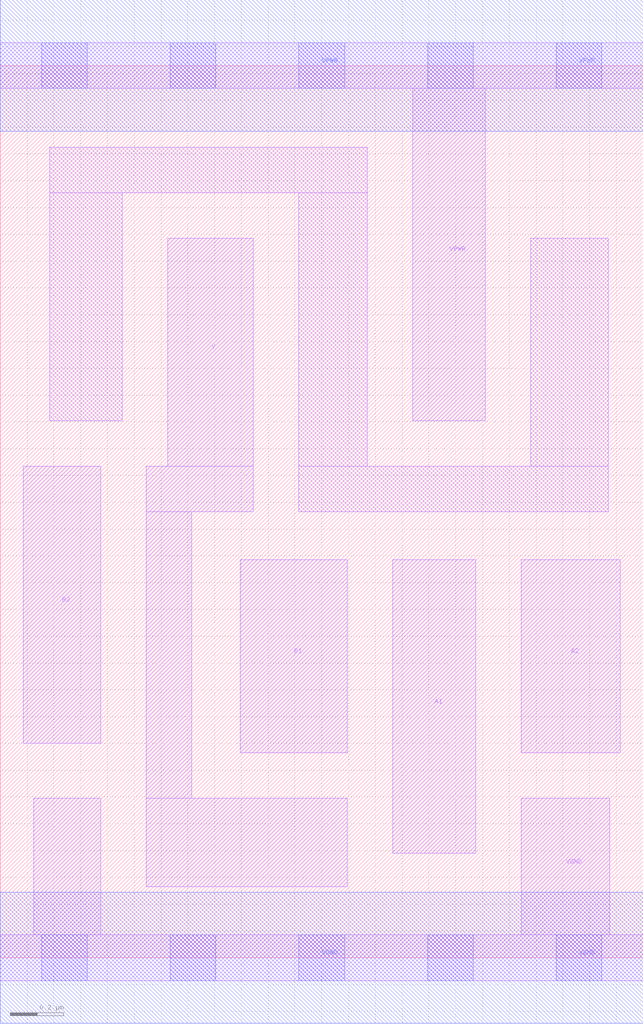
<source format=lef>
# Copyright 2020 The SkyWater PDK Authors
#
# Licensed under the Apache License, Version 2.0 (the "License");
# you may not use this file except in compliance with the License.
# You may obtain a copy of the License at
#
#     https://www.apache.org/licenses/LICENSE-2.0
#
# Unless required by applicable law or agreed to in writing, software
# distributed under the License is distributed on an "AS IS" BASIS,
# WITHOUT WARRANTIES OR CONDITIONS OF ANY KIND, either express or implied.
# See the License for the specific language governing permissions and
# limitations under the License.
#
# SPDX-License-Identifier: Apache-2.0

VERSION 5.7 ;
  NAMESCASESENSITIVE ON ;
  NOWIREEXTENSIONATPIN ON ;
  DIVIDERCHAR "/" ;
  BUSBITCHARS "[]" ;
UNITS
  DATABASE MICRONS 200 ;
END UNITS
MACRO sky130_fd_sc_lp__a22oi_0
  CLASS CORE ;
  SOURCE USER ;
  FOREIGN sky130_fd_sc_lp__a22oi_0 ;
  ORIGIN  0.000000  0.000000 ;
  SIZE  2.400000 BY  3.330000 ;
  SYMMETRY X Y R90 ;
  SITE unit ;
  PIN A1
    ANTENNAGATEAREA  0.159000 ;
    DIRECTION INPUT ;
    USE SIGNAL ;
    PORT
      LAYER li1 ;
        RECT 1.465000 0.390000 1.775000 1.485000 ;
    END
  END A1
  PIN A2
    ANTENNAGATEAREA  0.159000 ;
    DIRECTION INPUT ;
    USE SIGNAL ;
    PORT
      LAYER li1 ;
        RECT 1.945000 0.765000 2.315000 1.485000 ;
    END
  END A2
  PIN B1
    ANTENNAGATEAREA  0.159000 ;
    DIRECTION INPUT ;
    USE SIGNAL ;
    PORT
      LAYER li1 ;
        RECT 0.895000 0.765000 1.295000 1.485000 ;
    END
  END B1
  PIN B2
    ANTENNAGATEAREA  0.159000 ;
    DIRECTION INPUT ;
    USE SIGNAL ;
    PORT
      LAYER li1 ;
        RECT 0.085000 0.800000 0.375000 1.835000 ;
    END
  END B2
  PIN Y
    ANTENNADIFFAREA  0.355600 ;
    DIRECTION OUTPUT ;
    USE SIGNAL ;
    PORT
      LAYER li1 ;
        RECT 0.545000 0.265000 1.295000 0.595000 ;
        RECT 0.545000 0.595000 0.715000 1.665000 ;
        RECT 0.545000 1.665000 0.945000 1.835000 ;
        RECT 0.625000 1.835000 0.945000 2.685000 ;
    END
  END Y
  PIN VGND
    DIRECTION INOUT ;
    USE GROUND ;
    PORT
      LAYER li1 ;
        RECT 0.000000 -0.085000 2.400000 0.085000 ;
        RECT 0.125000  0.085000 0.375000 0.595000 ;
        RECT 1.945000  0.085000 2.275000 0.595000 ;
      LAYER mcon ;
        RECT 0.155000 -0.085000 0.325000 0.085000 ;
        RECT 0.635000 -0.085000 0.805000 0.085000 ;
        RECT 1.115000 -0.085000 1.285000 0.085000 ;
        RECT 1.595000 -0.085000 1.765000 0.085000 ;
        RECT 2.075000 -0.085000 2.245000 0.085000 ;
      LAYER met1 ;
        RECT 0.000000 -0.245000 2.400000 0.245000 ;
    END
  END VGND
  PIN VPWR
    DIRECTION INOUT ;
    USE POWER ;
    PORT
      LAYER li1 ;
        RECT 0.000000 3.245000 2.400000 3.415000 ;
        RECT 1.540000 2.005000 1.810000 3.245000 ;
      LAYER mcon ;
        RECT 0.155000 3.245000 0.325000 3.415000 ;
        RECT 0.635000 3.245000 0.805000 3.415000 ;
        RECT 1.115000 3.245000 1.285000 3.415000 ;
        RECT 1.595000 3.245000 1.765000 3.415000 ;
        RECT 2.075000 3.245000 2.245000 3.415000 ;
      LAYER met1 ;
        RECT 0.000000 3.085000 2.400000 3.575000 ;
    END
  END VPWR
  OBS
    LAYER li1 ;
      RECT 0.185000 2.005000 0.455000 2.855000 ;
      RECT 0.185000 2.855000 1.370000 3.025000 ;
      RECT 1.115000 1.665000 2.270000 1.835000 ;
      RECT 1.115000 1.835000 1.370000 2.855000 ;
      RECT 1.980000 1.835000 2.270000 2.685000 ;
  END
END sky130_fd_sc_lp__a22oi_0

</source>
